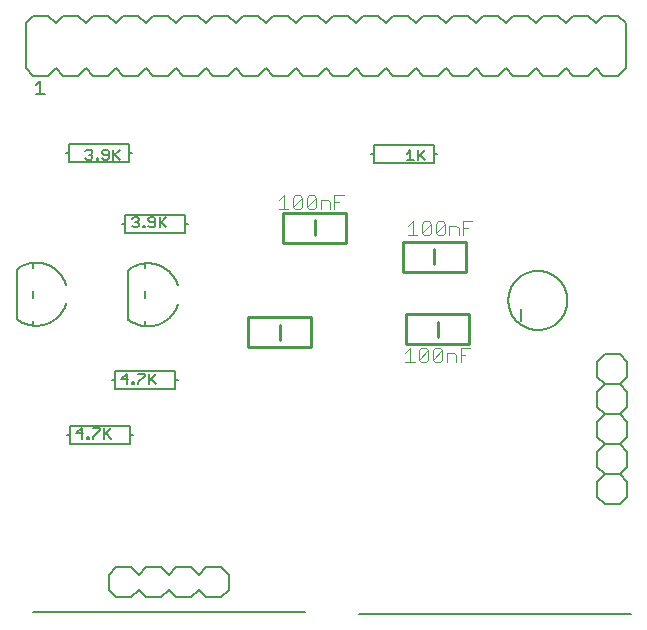
<source format=gto>
G75*
%MOIN*%
%OFA0B0*%
%FSLAX25Y25*%
%IPPOS*%
%LPD*%
%AMOC8*
5,1,8,0,0,1.08239X$1,22.5*
%
%ADD10C,0.00600*%
%ADD11C,0.00500*%
%ADD12C,0.01000*%
%ADD13C,0.00800*%
%ADD14C,0.00400*%
D10*
X0028477Y0073069D02*
X0028477Y0076471D01*
X0026775Y0074770D01*
X0029044Y0074770D01*
X0030458Y0073636D02*
X0031026Y0073636D01*
X0031026Y0073069D01*
X0030458Y0073069D01*
X0030458Y0073636D01*
X0032300Y0073636D02*
X0032300Y0073069D01*
X0032300Y0073636D02*
X0034569Y0075904D01*
X0034569Y0076471D01*
X0032300Y0076471D01*
X0035983Y0076471D02*
X0035983Y0073069D01*
X0035983Y0074203D02*
X0038252Y0076471D01*
X0036550Y0074770D02*
X0038252Y0073069D01*
X0043477Y0091250D02*
X0043477Y0094653D01*
X0041775Y0092951D01*
X0044044Y0092951D01*
X0045458Y0091817D02*
X0046026Y0091817D01*
X0046026Y0091250D01*
X0045458Y0091250D01*
X0045458Y0091817D01*
X0047300Y0091817D02*
X0047300Y0091250D01*
X0047300Y0091817D02*
X0049569Y0094085D01*
X0049569Y0094653D01*
X0047300Y0094653D01*
X0050983Y0094653D02*
X0050983Y0091250D01*
X0050983Y0092384D02*
X0053252Y0094653D01*
X0051550Y0092951D02*
X0053252Y0091250D01*
X0052501Y0143525D02*
X0053069Y0144092D01*
X0053069Y0146361D01*
X0052501Y0146928D01*
X0051367Y0146928D01*
X0050800Y0146361D01*
X0050800Y0145794D01*
X0051367Y0145227D01*
X0053069Y0145227D01*
X0054483Y0144659D02*
X0056752Y0146928D01*
X0054483Y0146928D02*
X0054483Y0143525D01*
X0055050Y0145227D02*
X0056752Y0143525D01*
X0052501Y0143525D02*
X0051367Y0143525D01*
X0050800Y0144092D01*
X0049526Y0144092D02*
X0049526Y0143525D01*
X0048958Y0143525D01*
X0048958Y0144092D01*
X0049526Y0144092D01*
X0047544Y0144092D02*
X0046977Y0143525D01*
X0045842Y0143525D01*
X0045275Y0144092D01*
X0046410Y0145227D02*
X0046977Y0145227D01*
X0047544Y0144659D01*
X0047544Y0144092D01*
X0046977Y0145227D02*
X0047544Y0145794D01*
X0047544Y0146361D01*
X0046977Y0146928D01*
X0045842Y0146928D01*
X0045275Y0146361D01*
X0041270Y0165994D02*
X0039569Y0167695D01*
X0039002Y0167128D02*
X0041270Y0169397D01*
X0039002Y0169397D02*
X0039002Y0165994D01*
X0037587Y0166561D02*
X0037587Y0168829D01*
X0037020Y0169397D01*
X0035886Y0169397D01*
X0035318Y0168829D01*
X0035318Y0168262D01*
X0035886Y0167695D01*
X0037587Y0167695D01*
X0037587Y0166561D02*
X0037020Y0165994D01*
X0035886Y0165994D01*
X0035318Y0166561D01*
X0034044Y0166561D02*
X0034044Y0165994D01*
X0033477Y0165994D01*
X0033477Y0166561D01*
X0034044Y0166561D01*
X0032062Y0166561D02*
X0031495Y0165994D01*
X0030361Y0165994D01*
X0029794Y0166561D01*
X0030928Y0167695D02*
X0031495Y0167695D01*
X0032062Y0167128D01*
X0032062Y0166561D01*
X0031495Y0167695D02*
X0032062Y0168262D01*
X0032062Y0168829D01*
X0031495Y0169397D01*
X0030361Y0169397D01*
X0029794Y0168829D01*
X0027448Y0194056D02*
X0022448Y0194056D01*
X0019948Y0196556D01*
X0017448Y0194056D01*
X0012448Y0194056D01*
X0009948Y0196556D01*
X0009948Y0211556D01*
X0012448Y0214056D01*
X0017448Y0214056D01*
X0019948Y0211556D01*
X0022448Y0214056D01*
X0027448Y0214056D01*
X0029948Y0211556D01*
X0032448Y0214056D01*
X0037448Y0214056D01*
X0039948Y0211556D01*
X0042448Y0214056D01*
X0047448Y0214056D01*
X0049948Y0211556D01*
X0052448Y0214056D01*
X0057448Y0214056D01*
X0059948Y0211556D01*
X0062448Y0214056D01*
X0067448Y0214056D01*
X0069948Y0211556D01*
X0072448Y0214056D01*
X0077448Y0214056D01*
X0079948Y0211556D01*
X0082448Y0214056D01*
X0087448Y0214056D01*
X0089948Y0211556D01*
X0092448Y0214056D01*
X0097448Y0214056D01*
X0099948Y0211556D01*
X0102448Y0214056D01*
X0107448Y0214056D01*
X0109948Y0211556D01*
X0112448Y0214056D01*
X0117448Y0214056D01*
X0119948Y0211556D01*
X0122448Y0214056D01*
X0127448Y0214056D01*
X0129948Y0211556D01*
X0132448Y0214056D01*
X0137448Y0214056D01*
X0139948Y0211556D01*
X0142448Y0214056D01*
X0147448Y0214056D01*
X0149948Y0211556D01*
X0152448Y0214056D01*
X0157448Y0214056D01*
X0159948Y0211556D01*
X0162448Y0214056D01*
X0167448Y0214056D01*
X0169948Y0211556D01*
X0172448Y0214056D01*
X0177448Y0214056D01*
X0179948Y0211556D01*
X0182448Y0214056D01*
X0187448Y0214056D01*
X0189948Y0211556D01*
X0192448Y0214056D01*
X0197448Y0214056D01*
X0199948Y0211556D01*
X0202448Y0214056D01*
X0207448Y0214056D01*
X0209948Y0211556D01*
X0209948Y0196556D01*
X0207448Y0194056D01*
X0202448Y0194056D01*
X0199948Y0196556D01*
X0197448Y0194056D01*
X0192448Y0194056D01*
X0189948Y0196556D01*
X0187448Y0194056D01*
X0182448Y0194056D01*
X0179948Y0196556D01*
X0177448Y0194056D01*
X0172448Y0194056D01*
X0169948Y0196556D01*
X0167448Y0194056D01*
X0162448Y0194056D01*
X0159948Y0196556D01*
X0157448Y0194056D01*
X0152448Y0194056D01*
X0149948Y0196556D01*
X0147448Y0194056D01*
X0142448Y0194056D01*
X0139948Y0196556D01*
X0137448Y0194056D01*
X0132448Y0194056D01*
X0129948Y0196556D01*
X0127448Y0194056D01*
X0122448Y0194056D01*
X0119948Y0196556D01*
X0117448Y0194056D01*
X0112448Y0194056D01*
X0109948Y0196556D01*
X0107448Y0194056D01*
X0102448Y0194056D01*
X0099948Y0196556D01*
X0097448Y0194056D01*
X0092448Y0194056D01*
X0089948Y0196556D01*
X0087448Y0194056D01*
X0082448Y0194056D01*
X0079948Y0196556D01*
X0077448Y0194056D01*
X0072448Y0194056D01*
X0069948Y0196556D01*
X0067448Y0194056D01*
X0062448Y0194056D01*
X0059948Y0196556D01*
X0057448Y0194056D01*
X0052448Y0194056D01*
X0049948Y0196556D01*
X0047448Y0194056D01*
X0042448Y0194056D01*
X0039948Y0196556D01*
X0037448Y0194056D01*
X0032448Y0194056D01*
X0029948Y0196556D01*
X0027448Y0194056D01*
X0136901Y0168073D02*
X0138035Y0169208D01*
X0138035Y0165805D01*
X0136901Y0165805D02*
X0139170Y0165805D01*
X0140584Y0165805D02*
X0140584Y0169208D01*
X0141151Y0167506D02*
X0142853Y0165805D01*
X0140584Y0166939D02*
X0142853Y0169208D01*
X0202885Y0101209D02*
X0207885Y0101209D01*
X0210385Y0098709D01*
X0210385Y0093709D01*
X0207885Y0091209D01*
X0210385Y0088709D01*
X0210385Y0083709D01*
X0207885Y0081209D01*
X0210385Y0078709D01*
X0210385Y0073709D01*
X0207885Y0071209D01*
X0210385Y0068709D01*
X0210385Y0063709D01*
X0207885Y0061209D01*
X0210385Y0058709D01*
X0210385Y0053709D01*
X0207885Y0051209D01*
X0202885Y0051209D01*
X0200385Y0053709D01*
X0200385Y0058709D01*
X0202885Y0061209D01*
X0200385Y0063709D01*
X0200385Y0068709D01*
X0202885Y0071209D01*
X0207885Y0071209D01*
X0202885Y0071209D02*
X0200385Y0073709D01*
X0200385Y0078709D01*
X0202885Y0081209D01*
X0200385Y0083709D01*
X0200385Y0088709D01*
X0202885Y0091209D01*
X0200385Y0093709D01*
X0200385Y0098709D01*
X0202885Y0101209D01*
X0202885Y0091209D02*
X0207885Y0091209D01*
X0207885Y0081209D02*
X0202885Y0081209D01*
X0202885Y0061209D02*
X0207885Y0061209D01*
D11*
X0102845Y0015249D02*
X0012294Y0015249D01*
X0121074Y0014520D02*
X0211625Y0014520D01*
X0016200Y0187806D02*
X0013198Y0187806D01*
X0014699Y0187806D02*
X0014699Y0192310D01*
X0013198Y0190808D01*
D12*
X0084125Y0113578D02*
X0084125Y0103578D01*
X0105125Y0103578D01*
X0105125Y0113578D01*
X0084125Y0113578D01*
X0094625Y0111078D02*
X0094625Y0106078D01*
X0095680Y0138300D02*
X0095680Y0148300D01*
X0116680Y0148300D01*
X0116680Y0138300D01*
X0095680Y0138300D01*
X0106180Y0140800D02*
X0106180Y0145800D01*
X0135609Y0138702D02*
X0135609Y0128702D01*
X0156609Y0128702D01*
X0156609Y0138702D01*
X0135609Y0138702D01*
X0146109Y0136202D02*
X0146109Y0131202D01*
X0136751Y0114442D02*
X0157751Y0114442D01*
X0157751Y0104442D01*
X0136751Y0104442D01*
X0136751Y0114442D01*
X0147251Y0111942D02*
X0147251Y0106942D01*
D13*
X0175074Y0112135D02*
X0175074Y0116135D01*
X0170731Y0119135D02*
X0170734Y0119377D01*
X0170743Y0119618D01*
X0170758Y0119859D01*
X0170778Y0120100D01*
X0170805Y0120340D01*
X0170838Y0120579D01*
X0170876Y0120818D01*
X0170920Y0121055D01*
X0170970Y0121292D01*
X0171026Y0121527D01*
X0171088Y0121760D01*
X0171155Y0121992D01*
X0171228Y0122223D01*
X0171306Y0122451D01*
X0171391Y0122677D01*
X0171480Y0122902D01*
X0171575Y0123124D01*
X0171676Y0123343D01*
X0171782Y0123561D01*
X0171893Y0123775D01*
X0172010Y0123987D01*
X0172131Y0124195D01*
X0172258Y0124401D01*
X0172390Y0124603D01*
X0172527Y0124803D01*
X0172668Y0124998D01*
X0172814Y0125191D01*
X0172965Y0125379D01*
X0173121Y0125564D01*
X0173281Y0125745D01*
X0173445Y0125922D01*
X0173614Y0126095D01*
X0173787Y0126264D01*
X0173964Y0126428D01*
X0174145Y0126588D01*
X0174330Y0126744D01*
X0174518Y0126895D01*
X0174711Y0127041D01*
X0174906Y0127182D01*
X0175106Y0127319D01*
X0175308Y0127451D01*
X0175514Y0127578D01*
X0175722Y0127699D01*
X0175934Y0127816D01*
X0176148Y0127927D01*
X0176366Y0128033D01*
X0176585Y0128134D01*
X0176807Y0128229D01*
X0177032Y0128318D01*
X0177258Y0128403D01*
X0177486Y0128481D01*
X0177717Y0128554D01*
X0177949Y0128621D01*
X0178182Y0128683D01*
X0178417Y0128739D01*
X0178654Y0128789D01*
X0178891Y0128833D01*
X0179130Y0128871D01*
X0179369Y0128904D01*
X0179609Y0128931D01*
X0179850Y0128951D01*
X0180091Y0128966D01*
X0180332Y0128975D01*
X0180574Y0128978D01*
X0180816Y0128975D01*
X0181057Y0128966D01*
X0181298Y0128951D01*
X0181539Y0128931D01*
X0181779Y0128904D01*
X0182018Y0128871D01*
X0182257Y0128833D01*
X0182494Y0128789D01*
X0182731Y0128739D01*
X0182966Y0128683D01*
X0183199Y0128621D01*
X0183431Y0128554D01*
X0183662Y0128481D01*
X0183890Y0128403D01*
X0184116Y0128318D01*
X0184341Y0128229D01*
X0184563Y0128134D01*
X0184782Y0128033D01*
X0185000Y0127927D01*
X0185214Y0127816D01*
X0185426Y0127699D01*
X0185634Y0127578D01*
X0185840Y0127451D01*
X0186042Y0127319D01*
X0186242Y0127182D01*
X0186437Y0127041D01*
X0186630Y0126895D01*
X0186818Y0126744D01*
X0187003Y0126588D01*
X0187184Y0126428D01*
X0187361Y0126264D01*
X0187534Y0126095D01*
X0187703Y0125922D01*
X0187867Y0125745D01*
X0188027Y0125564D01*
X0188183Y0125379D01*
X0188334Y0125191D01*
X0188480Y0124998D01*
X0188621Y0124803D01*
X0188758Y0124603D01*
X0188890Y0124401D01*
X0189017Y0124195D01*
X0189138Y0123987D01*
X0189255Y0123775D01*
X0189366Y0123561D01*
X0189472Y0123343D01*
X0189573Y0123124D01*
X0189668Y0122902D01*
X0189757Y0122677D01*
X0189842Y0122451D01*
X0189920Y0122223D01*
X0189993Y0121992D01*
X0190060Y0121760D01*
X0190122Y0121527D01*
X0190178Y0121292D01*
X0190228Y0121055D01*
X0190272Y0120818D01*
X0190310Y0120579D01*
X0190343Y0120340D01*
X0190370Y0120100D01*
X0190390Y0119859D01*
X0190405Y0119618D01*
X0190414Y0119377D01*
X0190417Y0119135D01*
X0190414Y0118893D01*
X0190405Y0118652D01*
X0190390Y0118411D01*
X0190370Y0118170D01*
X0190343Y0117930D01*
X0190310Y0117691D01*
X0190272Y0117452D01*
X0190228Y0117215D01*
X0190178Y0116978D01*
X0190122Y0116743D01*
X0190060Y0116510D01*
X0189993Y0116278D01*
X0189920Y0116047D01*
X0189842Y0115819D01*
X0189757Y0115593D01*
X0189668Y0115368D01*
X0189573Y0115146D01*
X0189472Y0114927D01*
X0189366Y0114709D01*
X0189255Y0114495D01*
X0189138Y0114283D01*
X0189017Y0114075D01*
X0188890Y0113869D01*
X0188758Y0113667D01*
X0188621Y0113467D01*
X0188480Y0113272D01*
X0188334Y0113079D01*
X0188183Y0112891D01*
X0188027Y0112706D01*
X0187867Y0112525D01*
X0187703Y0112348D01*
X0187534Y0112175D01*
X0187361Y0112006D01*
X0187184Y0111842D01*
X0187003Y0111682D01*
X0186818Y0111526D01*
X0186630Y0111375D01*
X0186437Y0111229D01*
X0186242Y0111088D01*
X0186042Y0110951D01*
X0185840Y0110819D01*
X0185634Y0110692D01*
X0185426Y0110571D01*
X0185214Y0110454D01*
X0185000Y0110343D01*
X0184782Y0110237D01*
X0184563Y0110136D01*
X0184341Y0110041D01*
X0184116Y0109952D01*
X0183890Y0109867D01*
X0183662Y0109789D01*
X0183431Y0109716D01*
X0183199Y0109649D01*
X0182966Y0109587D01*
X0182731Y0109531D01*
X0182494Y0109481D01*
X0182257Y0109437D01*
X0182018Y0109399D01*
X0181779Y0109366D01*
X0181539Y0109339D01*
X0181298Y0109319D01*
X0181057Y0109304D01*
X0180816Y0109295D01*
X0180574Y0109292D01*
X0180332Y0109295D01*
X0180091Y0109304D01*
X0179850Y0109319D01*
X0179609Y0109339D01*
X0179369Y0109366D01*
X0179130Y0109399D01*
X0178891Y0109437D01*
X0178654Y0109481D01*
X0178417Y0109531D01*
X0178182Y0109587D01*
X0177949Y0109649D01*
X0177717Y0109716D01*
X0177486Y0109789D01*
X0177258Y0109867D01*
X0177032Y0109952D01*
X0176807Y0110041D01*
X0176585Y0110136D01*
X0176366Y0110237D01*
X0176148Y0110343D01*
X0175934Y0110454D01*
X0175722Y0110571D01*
X0175514Y0110692D01*
X0175308Y0110819D01*
X0175106Y0110951D01*
X0174906Y0111088D01*
X0174711Y0111229D01*
X0174518Y0111375D01*
X0174330Y0111526D01*
X0174145Y0111682D01*
X0173964Y0111842D01*
X0173787Y0112006D01*
X0173614Y0112175D01*
X0173445Y0112348D01*
X0173281Y0112525D01*
X0173121Y0112706D01*
X0172965Y0112891D01*
X0172814Y0113079D01*
X0172668Y0113272D01*
X0172527Y0113467D01*
X0172390Y0113667D01*
X0172258Y0113869D01*
X0172131Y0114075D01*
X0172010Y0114283D01*
X0171893Y0114495D01*
X0171782Y0114709D01*
X0171676Y0114927D01*
X0171575Y0115146D01*
X0171480Y0115368D01*
X0171391Y0115593D01*
X0171306Y0115819D01*
X0171228Y0116047D01*
X0171155Y0116278D01*
X0171088Y0116510D01*
X0171026Y0116743D01*
X0170970Y0116978D01*
X0170920Y0117215D01*
X0170876Y0117452D01*
X0170838Y0117691D01*
X0170805Y0117930D01*
X0170778Y0118170D01*
X0170758Y0118411D01*
X0170743Y0118652D01*
X0170734Y0118893D01*
X0170731Y0119135D01*
X0145967Y0165005D02*
X0125967Y0165005D01*
X0125967Y0168005D01*
X0124967Y0168005D01*
X0125967Y0168005D02*
X0125967Y0171005D01*
X0145967Y0171005D01*
X0145967Y0168005D01*
X0146967Y0168005D01*
X0145967Y0168005D02*
X0145967Y0165005D01*
X0063975Y0144725D02*
X0062975Y0144725D01*
X0062975Y0141725D01*
X0042975Y0141725D01*
X0042975Y0144725D01*
X0041975Y0144725D01*
X0042975Y0144725D02*
X0042975Y0147725D01*
X0062975Y0147725D01*
X0062975Y0144725D01*
X0049589Y0131461D02*
X0049589Y0129881D01*
X0044089Y0129255D02*
X0044089Y0112763D01*
X0049589Y0112136D02*
X0049589Y0110556D01*
X0049589Y0119881D02*
X0049589Y0122136D01*
X0044089Y0112763D02*
X0044291Y0112608D01*
X0044496Y0112458D01*
X0044705Y0112312D01*
X0044918Y0112172D01*
X0045134Y0112037D01*
X0045353Y0111908D01*
X0045575Y0111784D01*
X0045800Y0111665D01*
X0046028Y0111552D01*
X0046258Y0111444D01*
X0046491Y0111342D01*
X0046727Y0111245D01*
X0046965Y0111154D01*
X0047204Y0111069D01*
X0047446Y0110990D01*
X0047690Y0110917D01*
X0047935Y0110850D01*
X0048182Y0110788D01*
X0048431Y0110733D01*
X0048681Y0110684D01*
X0048931Y0110641D01*
X0049183Y0110604D01*
X0049436Y0110573D01*
X0049689Y0110548D01*
X0049943Y0110529D01*
X0050197Y0110516D01*
X0050451Y0110510D01*
X0050706Y0110510D01*
X0050960Y0110516D01*
X0051215Y0110528D01*
X0051468Y0110546D01*
X0051722Y0110570D01*
X0051974Y0110601D01*
X0052226Y0110637D01*
X0052477Y0110680D01*
X0052727Y0110729D01*
X0052975Y0110784D01*
X0053222Y0110845D01*
X0053468Y0110911D01*
X0053712Y0110984D01*
X0053954Y0111063D01*
X0054194Y0111147D01*
X0054432Y0111238D01*
X0054668Y0111334D01*
X0054901Y0111435D01*
X0055132Y0111543D01*
X0055360Y0111655D01*
X0055585Y0111774D01*
X0055807Y0111898D01*
X0056027Y0112027D01*
X0056243Y0112161D01*
X0056456Y0112301D01*
X0056665Y0112446D01*
X0056871Y0112595D01*
X0057073Y0112750D01*
X0057271Y0112910D01*
X0057465Y0113074D01*
X0057656Y0113243D01*
X0057842Y0113416D01*
X0058024Y0113594D01*
X0058201Y0113777D01*
X0058374Y0113963D01*
X0058543Y0114154D01*
X0058707Y0114349D01*
X0058866Y0114548D01*
X0059020Y0114750D01*
X0059169Y0114956D01*
X0059313Y0115166D01*
X0059452Y0115379D01*
X0059586Y0115596D01*
X0059715Y0115815D01*
X0059838Y0116038D01*
X0059955Y0116264D01*
X0060068Y0116492D01*
X0060174Y0116723D01*
X0060275Y0116957D01*
X0060371Y0117193D01*
X0060460Y0117431D01*
X0060544Y0117671D01*
X0060622Y0117913D01*
X0060622Y0124105D02*
X0060544Y0124347D01*
X0060461Y0124587D01*
X0060371Y0124825D01*
X0060276Y0125061D01*
X0060174Y0125295D01*
X0060068Y0125526D01*
X0059956Y0125754D01*
X0059838Y0125980D01*
X0059715Y0126203D01*
X0059586Y0126422D01*
X0059452Y0126639D01*
X0059313Y0126852D01*
X0059169Y0127062D01*
X0059020Y0127268D01*
X0058866Y0127470D01*
X0058707Y0127669D01*
X0058543Y0127864D01*
X0058374Y0128054D01*
X0058201Y0128241D01*
X0058024Y0128423D01*
X0057842Y0128601D01*
X0057656Y0128775D01*
X0057465Y0128944D01*
X0057271Y0129108D01*
X0057073Y0129268D01*
X0056871Y0129423D01*
X0056665Y0129572D01*
X0056456Y0129717D01*
X0056243Y0129857D01*
X0056027Y0129991D01*
X0055808Y0130120D01*
X0055585Y0130244D01*
X0055360Y0130362D01*
X0055132Y0130475D01*
X0054901Y0130583D01*
X0054668Y0130684D01*
X0054432Y0130780D01*
X0054194Y0130871D01*
X0053954Y0130955D01*
X0053712Y0131034D01*
X0053468Y0131107D01*
X0053223Y0131173D01*
X0052976Y0131234D01*
X0052727Y0131289D01*
X0052477Y0131338D01*
X0052226Y0131381D01*
X0051975Y0131417D01*
X0051722Y0131448D01*
X0051469Y0131472D01*
X0051215Y0131490D01*
X0050961Y0131502D01*
X0050706Y0131508D01*
X0050452Y0131508D01*
X0050197Y0131502D01*
X0049943Y0131489D01*
X0049689Y0131470D01*
X0049436Y0131445D01*
X0049183Y0131414D01*
X0048932Y0131377D01*
X0048681Y0131334D01*
X0048431Y0131285D01*
X0048183Y0131230D01*
X0047936Y0131168D01*
X0047690Y0131101D01*
X0047447Y0131028D01*
X0047205Y0130949D01*
X0046965Y0130864D01*
X0046727Y0130773D01*
X0046491Y0130676D01*
X0046258Y0130574D01*
X0046028Y0130467D01*
X0045800Y0130353D01*
X0045575Y0130234D01*
X0045353Y0130110D01*
X0045134Y0129981D01*
X0044918Y0129846D01*
X0044705Y0129706D01*
X0044496Y0129561D01*
X0044291Y0129410D01*
X0044089Y0129255D01*
X0023374Y0124309D02*
X0023296Y0124551D01*
X0023213Y0124791D01*
X0023123Y0125029D01*
X0023028Y0125265D01*
X0022926Y0125499D01*
X0022820Y0125730D01*
X0022708Y0125958D01*
X0022590Y0126184D01*
X0022467Y0126407D01*
X0022338Y0126626D01*
X0022204Y0126843D01*
X0022065Y0127056D01*
X0021921Y0127266D01*
X0021772Y0127472D01*
X0021618Y0127674D01*
X0021459Y0127873D01*
X0021295Y0128068D01*
X0021126Y0128258D01*
X0020953Y0128445D01*
X0020776Y0128627D01*
X0020594Y0128805D01*
X0020408Y0128979D01*
X0020217Y0129148D01*
X0020023Y0129312D01*
X0019825Y0129472D01*
X0019623Y0129627D01*
X0019417Y0129776D01*
X0019208Y0129921D01*
X0018995Y0130061D01*
X0018779Y0130195D01*
X0018560Y0130324D01*
X0018337Y0130448D01*
X0018112Y0130566D01*
X0017884Y0130679D01*
X0017653Y0130787D01*
X0017420Y0130888D01*
X0017184Y0130984D01*
X0016946Y0131075D01*
X0016706Y0131159D01*
X0016464Y0131238D01*
X0016220Y0131311D01*
X0015975Y0131377D01*
X0015728Y0131438D01*
X0015479Y0131493D01*
X0015229Y0131542D01*
X0014978Y0131585D01*
X0014727Y0131621D01*
X0014474Y0131652D01*
X0014221Y0131676D01*
X0013967Y0131694D01*
X0013713Y0131706D01*
X0013458Y0131712D01*
X0013204Y0131712D01*
X0012949Y0131706D01*
X0012695Y0131693D01*
X0012441Y0131674D01*
X0012188Y0131649D01*
X0011935Y0131618D01*
X0011684Y0131581D01*
X0011433Y0131538D01*
X0011183Y0131489D01*
X0010935Y0131434D01*
X0010688Y0131372D01*
X0010442Y0131305D01*
X0010199Y0131232D01*
X0009957Y0131153D01*
X0009717Y0131068D01*
X0009479Y0130977D01*
X0009243Y0130880D01*
X0009010Y0130778D01*
X0008780Y0130671D01*
X0008552Y0130557D01*
X0008327Y0130438D01*
X0008105Y0130314D01*
X0007886Y0130185D01*
X0007670Y0130050D01*
X0007457Y0129910D01*
X0007248Y0129765D01*
X0007043Y0129614D01*
X0006841Y0129459D01*
X0006841Y0112967D01*
X0012341Y0112341D02*
X0012341Y0110761D01*
X0012341Y0120086D02*
X0012341Y0122341D01*
X0006841Y0112967D02*
X0007043Y0112812D01*
X0007248Y0112662D01*
X0007457Y0112516D01*
X0007670Y0112376D01*
X0007886Y0112241D01*
X0008105Y0112112D01*
X0008327Y0111988D01*
X0008552Y0111869D01*
X0008780Y0111756D01*
X0009010Y0111648D01*
X0009243Y0111546D01*
X0009479Y0111449D01*
X0009717Y0111358D01*
X0009956Y0111273D01*
X0010198Y0111194D01*
X0010442Y0111121D01*
X0010687Y0111054D01*
X0010934Y0110992D01*
X0011183Y0110937D01*
X0011433Y0110888D01*
X0011683Y0110845D01*
X0011935Y0110808D01*
X0012188Y0110777D01*
X0012441Y0110752D01*
X0012695Y0110733D01*
X0012949Y0110720D01*
X0013203Y0110714D01*
X0013458Y0110714D01*
X0013712Y0110720D01*
X0013967Y0110732D01*
X0014220Y0110750D01*
X0014474Y0110774D01*
X0014726Y0110805D01*
X0014978Y0110841D01*
X0015229Y0110884D01*
X0015479Y0110933D01*
X0015727Y0110988D01*
X0015974Y0111049D01*
X0016220Y0111115D01*
X0016464Y0111188D01*
X0016706Y0111267D01*
X0016946Y0111351D01*
X0017184Y0111442D01*
X0017420Y0111538D01*
X0017653Y0111639D01*
X0017884Y0111747D01*
X0018112Y0111859D01*
X0018337Y0111978D01*
X0018559Y0112102D01*
X0018779Y0112231D01*
X0018995Y0112365D01*
X0019208Y0112505D01*
X0019417Y0112650D01*
X0019623Y0112799D01*
X0019825Y0112954D01*
X0020023Y0113114D01*
X0020217Y0113278D01*
X0020408Y0113447D01*
X0020594Y0113620D01*
X0020776Y0113798D01*
X0020953Y0113981D01*
X0021126Y0114167D01*
X0021295Y0114358D01*
X0021459Y0114553D01*
X0021618Y0114752D01*
X0021772Y0114954D01*
X0021921Y0115160D01*
X0022065Y0115370D01*
X0022204Y0115583D01*
X0022338Y0115800D01*
X0022467Y0116019D01*
X0022590Y0116242D01*
X0022707Y0116468D01*
X0022820Y0116696D01*
X0022926Y0116927D01*
X0023027Y0117161D01*
X0023123Y0117397D01*
X0023212Y0117635D01*
X0023296Y0117875D01*
X0023374Y0118117D01*
X0012341Y0130086D02*
X0012341Y0131666D01*
X0024385Y0165194D02*
X0024385Y0168194D01*
X0023385Y0168194D01*
X0024385Y0168194D02*
X0024385Y0171194D01*
X0044385Y0171194D01*
X0044385Y0168194D01*
X0045385Y0168194D01*
X0044385Y0168194D02*
X0044385Y0165194D01*
X0024385Y0165194D01*
X0039475Y0095450D02*
X0039475Y0092450D01*
X0038475Y0092450D01*
X0039475Y0092450D02*
X0039475Y0089450D01*
X0059475Y0089450D01*
X0059475Y0092450D01*
X0060475Y0092450D01*
X0059475Y0092450D02*
X0059475Y0095450D01*
X0039475Y0095450D01*
X0044475Y0077269D02*
X0024475Y0077269D01*
X0024475Y0074269D01*
X0023475Y0074269D01*
X0024475Y0074269D02*
X0024475Y0071269D01*
X0044475Y0071269D01*
X0044475Y0074269D01*
X0045475Y0074269D01*
X0044475Y0074269D02*
X0044475Y0077269D01*
X0045070Y0030249D02*
X0040070Y0030249D01*
X0037570Y0027749D01*
X0037570Y0022749D01*
X0040070Y0020249D01*
X0045070Y0020249D01*
X0047570Y0022749D01*
X0050070Y0020249D01*
X0055070Y0020249D01*
X0057570Y0022749D01*
X0060070Y0020249D01*
X0065070Y0020249D01*
X0067570Y0022749D01*
X0070070Y0020249D01*
X0075070Y0020249D01*
X0077570Y0022749D01*
X0077570Y0027749D01*
X0075070Y0030249D01*
X0070070Y0030249D01*
X0067570Y0027749D01*
X0065070Y0030249D01*
X0060070Y0030249D01*
X0057570Y0027749D01*
X0055070Y0030249D01*
X0050070Y0030249D01*
X0047570Y0027749D01*
X0045070Y0030249D01*
D14*
X0136431Y0098642D02*
X0139500Y0098642D01*
X0137966Y0098642D02*
X0137966Y0103246D01*
X0136431Y0101711D01*
X0141035Y0102478D02*
X0141035Y0099409D01*
X0144104Y0102478D01*
X0144104Y0099409D01*
X0143337Y0098642D01*
X0141802Y0098642D01*
X0141035Y0099409D01*
X0141035Y0102478D02*
X0141802Y0103246D01*
X0143337Y0103246D01*
X0144104Y0102478D01*
X0145639Y0102478D02*
X0146406Y0103246D01*
X0147941Y0103246D01*
X0148708Y0102478D01*
X0145639Y0099409D01*
X0146406Y0098642D01*
X0147941Y0098642D01*
X0148708Y0099409D01*
X0148708Y0102478D01*
X0150243Y0101711D02*
X0152545Y0101711D01*
X0153312Y0100944D01*
X0153312Y0098642D01*
X0154847Y0098642D02*
X0154847Y0103246D01*
X0157916Y0103246D01*
X0156382Y0100944D02*
X0154847Y0100944D01*
X0150243Y0101711D02*
X0150243Y0098642D01*
X0145639Y0099409D02*
X0145639Y0102478D01*
X0144215Y0140902D02*
X0142680Y0140902D01*
X0141913Y0141669D01*
X0144982Y0144738D01*
X0144982Y0141669D01*
X0144215Y0140902D01*
X0141913Y0141669D02*
X0141913Y0144738D01*
X0142680Y0145505D01*
X0144215Y0145505D01*
X0144982Y0144738D01*
X0146517Y0144738D02*
X0146517Y0141669D01*
X0149586Y0144738D01*
X0149586Y0141669D01*
X0148819Y0140902D01*
X0147284Y0140902D01*
X0146517Y0141669D01*
X0146517Y0144738D02*
X0147284Y0145505D01*
X0148819Y0145505D01*
X0149586Y0144738D01*
X0151121Y0143971D02*
X0151121Y0140902D01*
X0151121Y0143971D02*
X0153423Y0143971D01*
X0154190Y0143204D01*
X0154190Y0140902D01*
X0155725Y0140902D02*
X0155725Y0145505D01*
X0158794Y0145505D01*
X0157259Y0143204D02*
X0155725Y0143204D01*
X0140378Y0140902D02*
X0137309Y0140902D01*
X0138844Y0140902D02*
X0138844Y0145505D01*
X0137309Y0143971D01*
X0115865Y0154104D02*
X0112796Y0154104D01*
X0112796Y0149500D01*
X0111261Y0149500D02*
X0111261Y0151802D01*
X0110494Y0152569D01*
X0108192Y0152569D01*
X0108192Y0149500D01*
X0106657Y0150267D02*
X0105890Y0149500D01*
X0104355Y0149500D01*
X0103588Y0150267D01*
X0106657Y0153337D01*
X0106657Y0150267D01*
X0106657Y0153337D02*
X0105890Y0154104D01*
X0104355Y0154104D01*
X0103588Y0153337D01*
X0103588Y0150267D01*
X0102053Y0150267D02*
X0101286Y0149500D01*
X0099751Y0149500D01*
X0098984Y0150267D01*
X0102053Y0153337D01*
X0102053Y0150267D01*
X0102053Y0153337D02*
X0101286Y0154104D01*
X0099751Y0154104D01*
X0098984Y0153337D01*
X0098984Y0150267D01*
X0097449Y0149500D02*
X0094380Y0149500D01*
X0095915Y0149500D02*
X0095915Y0154104D01*
X0094380Y0152569D01*
X0112796Y0151802D02*
X0114330Y0151802D01*
M02*

</source>
